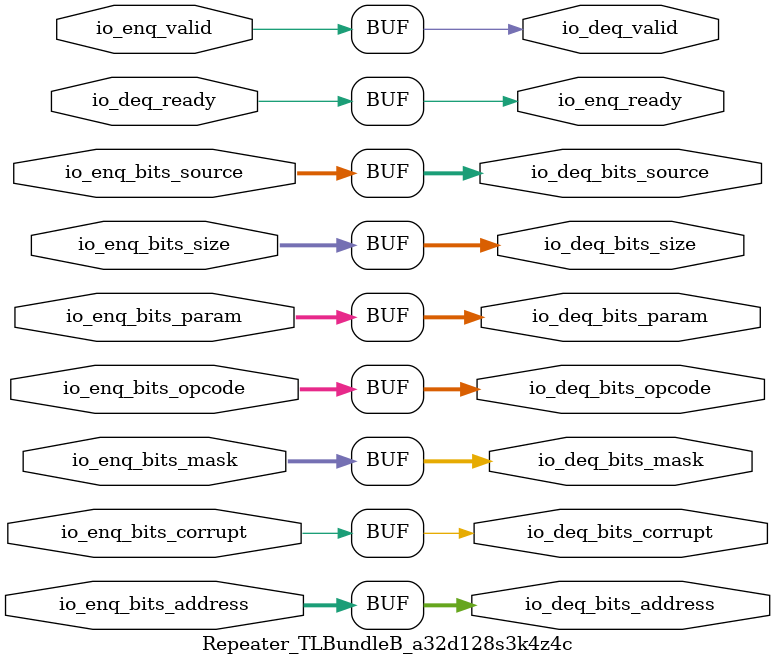
<source format=sv>
`ifndef RANDOMIZE
  `ifdef RANDOMIZE_REG_INIT
    `define RANDOMIZE
  `endif // RANDOMIZE_REG_INIT
`endif // not def RANDOMIZE
`ifndef RANDOMIZE
  `ifdef RANDOMIZE_MEM_INIT
    `define RANDOMIZE
  `endif // RANDOMIZE_MEM_INIT
`endif // not def RANDOMIZE

`ifndef RANDOM
  `define RANDOM $random
`endif // not def RANDOM

// Users can define 'PRINTF_COND' to add an extra gate to prints.
`ifndef PRINTF_COND_
  `ifdef PRINTF_COND
    `define PRINTF_COND_ (`PRINTF_COND)
  `else  // PRINTF_COND
    `define PRINTF_COND_ 1
  `endif // PRINTF_COND
`endif // not def PRINTF_COND_

// Users can define 'ASSERT_VERBOSE_COND' to add an extra gate to assert error printing.
`ifndef ASSERT_VERBOSE_COND_
  `ifdef ASSERT_VERBOSE_COND
    `define ASSERT_VERBOSE_COND_ (`ASSERT_VERBOSE_COND)
  `else  // ASSERT_VERBOSE_COND
    `define ASSERT_VERBOSE_COND_ 1
  `endif // ASSERT_VERBOSE_COND
`endif // not def ASSERT_VERBOSE_COND_

// Users can define 'STOP_COND' to add an extra gate to stop conditions.
`ifndef STOP_COND_
  `ifdef STOP_COND
    `define STOP_COND_ (`STOP_COND)
  `else  // STOP_COND
    `define STOP_COND_ 1
  `endif // STOP_COND
`endif // not def STOP_COND_

// Users can define INIT_RANDOM as general code that gets injected into the
// initializer block for modules with registers.
`ifndef INIT_RANDOM
  `define INIT_RANDOM
`endif // not def INIT_RANDOM

// If using random initialization, you can also define RANDOMIZE_DELAY to
// customize the delay used, otherwise 0.002 is used.
`ifndef RANDOMIZE_DELAY
  `define RANDOMIZE_DELAY 0.002
`endif // not def RANDOMIZE_DELAY

// Define INIT_RANDOM_PROLOG_ for use in our modules below.
`ifndef INIT_RANDOM_PROLOG_
  `ifdef RANDOMIZE
    `ifdef VERILATOR
      `define INIT_RANDOM_PROLOG_ `INIT_RANDOM
    `else  // VERILATOR
      `define INIT_RANDOM_PROLOG_ `INIT_RANDOM #`RANDOMIZE_DELAY begin end
    `endif // VERILATOR
  `else  // RANDOMIZE
    `define INIT_RANDOM_PROLOG_
  `endif // RANDOMIZE
`endif // not def INIT_RANDOM_PROLOG_

// Include register initializers in init blocks unless synthesis is set
`ifndef SYNTHESIS
  `ifndef ENABLE_INITIAL_REG_
    `define ENABLE_INITIAL_REG_
  `endif // not def ENABLE_INITIAL_REG_
`endif // not def SYNTHESIS

// Include rmemory initializers in init blocks unless synthesis is set
`ifndef SYNTHESIS
  `ifndef ENABLE_INITIAL_MEM_
    `define ENABLE_INITIAL_MEM_
  `endif // not def ENABLE_INITIAL_MEM_
`endif // not def SYNTHESIS

module Repeater_TLBundleB_a32d128s3k4z4c(	// @[generators/rocket-chip/src/main/scala/util/Repeater.scala:10:7]
  output        io_enq_ready,	// @[generators/rocket-chip/src/main/scala/util/Repeater.scala:13:14]
  input         io_enq_valid,	// @[generators/rocket-chip/src/main/scala/util/Repeater.scala:13:14]
  input  [2:0]  io_enq_bits_opcode,	// @[generators/rocket-chip/src/main/scala/util/Repeater.scala:13:14]
  input  [1:0]  io_enq_bits_param,	// @[generators/rocket-chip/src/main/scala/util/Repeater.scala:13:14]
  input  [3:0]  io_enq_bits_size,	// @[generators/rocket-chip/src/main/scala/util/Repeater.scala:13:14]
  input  [2:0]  io_enq_bits_source,	// @[generators/rocket-chip/src/main/scala/util/Repeater.scala:13:14]
  input  [31:0] io_enq_bits_address,	// @[generators/rocket-chip/src/main/scala/util/Repeater.scala:13:14]
  input  [15:0] io_enq_bits_mask,	// @[generators/rocket-chip/src/main/scala/util/Repeater.scala:13:14]
  input         io_enq_bits_corrupt,	// @[generators/rocket-chip/src/main/scala/util/Repeater.scala:13:14]
  input         io_deq_ready,	// @[generators/rocket-chip/src/main/scala/util/Repeater.scala:13:14]
  output        io_deq_valid,	// @[generators/rocket-chip/src/main/scala/util/Repeater.scala:13:14]
  output [2:0]  io_deq_bits_opcode,	// @[generators/rocket-chip/src/main/scala/util/Repeater.scala:13:14]
  output [1:0]  io_deq_bits_param,	// @[generators/rocket-chip/src/main/scala/util/Repeater.scala:13:14]
  output [3:0]  io_deq_bits_size,	// @[generators/rocket-chip/src/main/scala/util/Repeater.scala:13:14]
  output [2:0]  io_deq_bits_source,	// @[generators/rocket-chip/src/main/scala/util/Repeater.scala:13:14]
  output [31:0] io_deq_bits_address,	// @[generators/rocket-chip/src/main/scala/util/Repeater.scala:13:14]
  output [15:0] io_deq_bits_mask,	// @[generators/rocket-chip/src/main/scala/util/Repeater.scala:13:14]
  output        io_deq_bits_corrupt	// @[generators/rocket-chip/src/main/scala/util/Repeater.scala:13:14]
);

  assign io_enq_ready = io_deq_ready;	// @[generators/rocket-chip/src/main/scala/util/Repeater.scala:10:7]
  assign io_deq_valid = io_enq_valid;	// @[generators/rocket-chip/src/main/scala/util/Repeater.scala:10:7]
  assign io_deq_bits_opcode = io_enq_bits_opcode;	// @[generators/rocket-chip/src/main/scala/util/Repeater.scala:10:7]
  assign io_deq_bits_param = io_enq_bits_param;	// @[generators/rocket-chip/src/main/scala/util/Repeater.scala:10:7]
  assign io_deq_bits_size = io_enq_bits_size;	// @[generators/rocket-chip/src/main/scala/util/Repeater.scala:10:7]
  assign io_deq_bits_source = io_enq_bits_source;	// @[generators/rocket-chip/src/main/scala/util/Repeater.scala:10:7]
  assign io_deq_bits_address = io_enq_bits_address;	// @[generators/rocket-chip/src/main/scala/util/Repeater.scala:10:7]
  assign io_deq_bits_mask = io_enq_bits_mask;	// @[generators/rocket-chip/src/main/scala/util/Repeater.scala:10:7]
  assign io_deq_bits_corrupt = io_enq_bits_corrupt;	// @[generators/rocket-chip/src/main/scala/util/Repeater.scala:10:7]
endmodule


</source>
